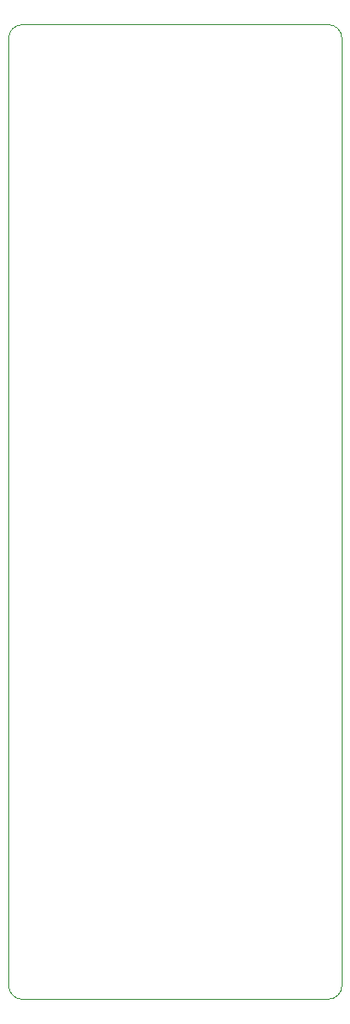
<source format=gbr>
%TF.GenerationSoftware,KiCad,Pcbnew,8.0.8+dfsg-1*%
%TF.CreationDate,2025-05-23T17:59:01+09:00*%
%TF.ProjectId,bionic-tms9900,62696f6e-6963-42d7-946d-73393930302e,1*%
%TF.SameCoordinates,Original*%
%TF.FileFunction,Profile,NP*%
%FSLAX46Y46*%
G04 Gerber Fmt 4.6, Leading zero omitted, Abs format (unit mm)*
G04 Created by KiCad (PCBNEW 8.0.8+dfsg-1) date 2025-05-23 17:59:01*
%MOMM*%
%LPD*%
G01*
G04 APERTURE LIST*
%TA.AperFunction,Profile*%
%ADD10C,0.050000*%
%TD*%
G04 APERTURE END LIST*
D10*
X114300000Y-38100000D02*
G75*
G02*
X115570000Y-39370000I0J-1270000D01*
G01*
X85090000Y-125730000D02*
X85090000Y-39370000D01*
X86360000Y-38100000D02*
X114300000Y-38100000D01*
X115570000Y-39370000D02*
X115570000Y-125730000D01*
X85090000Y-39370000D02*
G75*
G02*
X86360000Y-38100000I1270000J0D01*
G01*
X114300000Y-127000000D02*
X86360000Y-127000000D01*
X86360000Y-127000000D02*
G75*
G02*
X85090000Y-125730000I0J1270000D01*
G01*
X115570000Y-125730000D02*
G75*
G02*
X114300000Y-127000000I-1270000J0D01*
G01*
M02*

</source>
